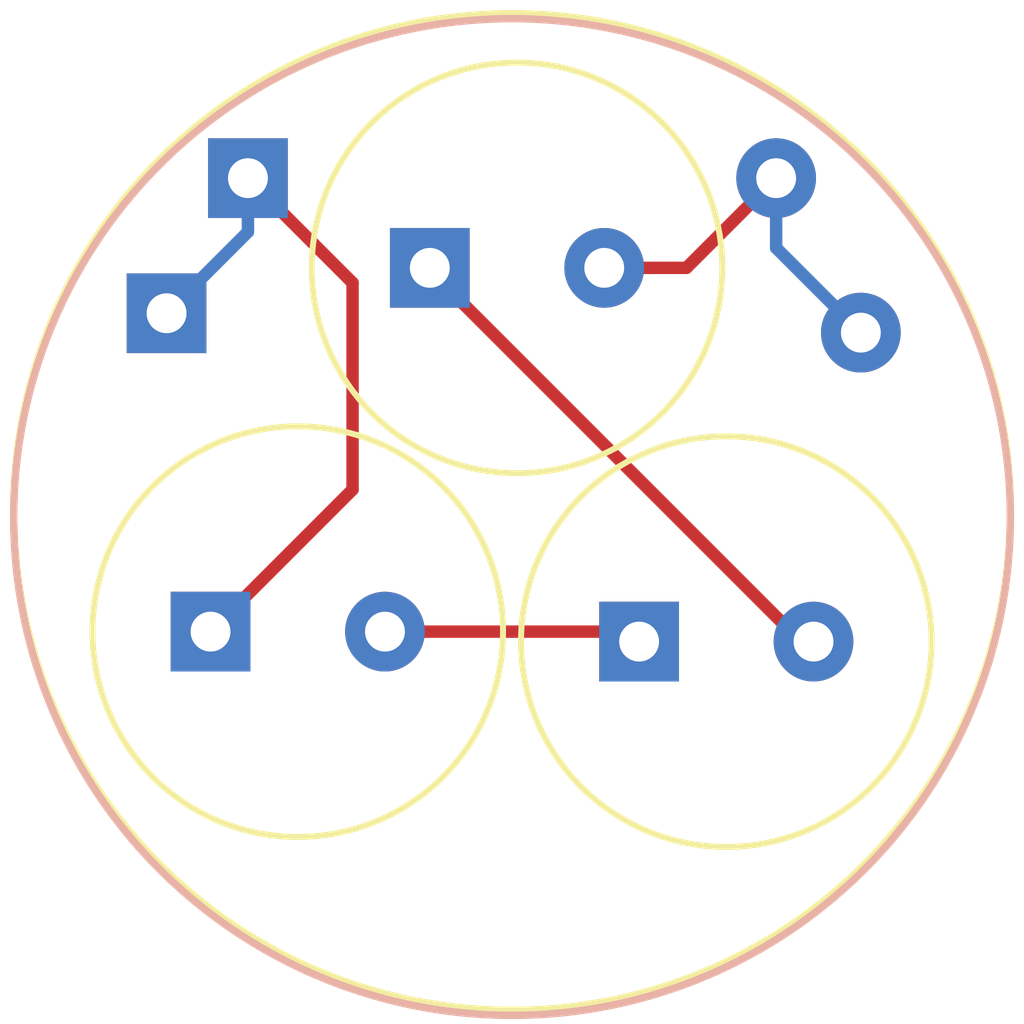
<source format=kicad_pcb>
(kicad_pcb (version 20221018) (generator pcbnew)
  (layers (0 "F.Cu" signal) (31 "B.Cu" signal) (34 "B.Paste" user) (35 "F.Paste" user) (36 "B.SilkS" user "B.Silkscreen") (37 "F.SilkS" user "F.Silkscreen") (38 "B.Mask" user) (39 "F.Mask" user) (44 "Edge.Cuts" user))
  (net 0 "")
  (footprint "" (layer "F.Cu") (at 150 104.6)
    (fp_text reference "" (at 0 0) (layer "F.SilkS") (effects (font (size 1.27 1.27))))
    (fp_text value "" (at 0 0) (layer "F.SilkS") (effects (font (size 1.27 1.27))))
    (pad "2" thru_hole circle (at 0 0) (size 1.6 1.6) (drill 0.8) (layers "*.Cu" "*.Mask"))
  )
  (footprint "" (layer "F.Cu") (at 137.767493 107.310918)
    (fp_text reference "" (at 0 0) (layer "F.SilkS") (effects (font (size 1.27 1.27))))
    (fp_text value "" (at 0 0) (layer "F.SilkS") (effects (font (size 1.27 1.27))))
    (pad "1" thru_hole rect (at 0 0) (size 1.6 1.6) (drill 0.8) (layers "*.Cu" "*.Mask"))
  )
  (footprint "Capacitor_THT:C_Radial_D8.0mm_H7.0mm_P3.50mm" (layer "F.Cu") (at 143.05 106.4)
    (fp_text reference "REF**" hide)
    (fp_text value "C3")
    (fp_circle (center 1.75 0) (end 5.87 0) (stroke (width 0.12)) (fill none) (layer "F.SilkS"))
    (pad "1" thru_hole rect (at 0 0) (size 1.6 1.6) (drill 0.8) (layers "*.Cu" "*.Mask"))
    (pad "2" thru_hole circle (at 3.5 0) (size 1.6 1.6) (drill 0.8) (layers "*.Cu" "*.Mask"))
  )
  (footprint "" (layer "F.Cu") (at 151.7 107.7)
    (fp_text reference "" (at 0 0) (layer "F.SilkS") (effects (font (size 1.27 1.27))))
    (fp_text value "" (at 0 0) (layer "F.SilkS") (effects (font (size 1.27 1.27))))
    (pad "2" thru_hole circle (at 0 0) (size 1.6 1.6) (drill 0.8) (layers "*.Cu" "*.Mask"))
  )
  (footprint "" (layer "F.Cu") (at 139.4 104.6)
    (fp_text reference "" (at 0 0) (layer "F.SilkS") (effects (font (size 1.27 1.27))))
    (fp_text value "" (at 0 0) (layer "F.SilkS") (effects (font (size 1.27 1.27))))
    (pad "1" thru_hole rect (at 0 0) (size 1.6 1.6) (drill 0.8) (layers "*.Cu" "*.Mask"))
  )
  (footprint "Capacitor_THT:C_Radial_D8.0mm_H7.0mm_P3.50mm" (layer "F.Cu") (at 138.65 113.7)
    (fp_text reference "REF**" hide)
    (fp_text value "C2")
    (fp_circle (center 1.75 0) (end 5.87 0) (stroke (width 0.12)) (fill none) (layer "F.SilkS"))
    (pad "1" thru_hole rect (at 0 0) (size 1.6 1.6) (drill 0.8) (layers "*.Cu" "*.Mask"))
    (pad "2" thru_hole circle (at 3.5 0) (size 1.6 1.6) (drill 0.8) (layers "*.Cu" "*.Mask"))
  )
  (footprint "Capacitor_THT:C_Radial_D8.0mm_H7.0mm_P3.50mm" (layer "F.Cu") (at 147.25 113.9)
    (fp_text reference "REF**" hide)
    (fp_text value "C1")
    (fp_circle (center 1.75 0) (end 5.87 0) (stroke (width 0.12)) (fill none) (layer "F.SilkS"))
    (pad "1" thru_hole rect (at 0 0) (size 1.6 1.6) (drill 0.8) (layers "*.Cu" "*.Mask"))
    (pad "2" thru_hole circle (at 3.5 0) (size 1.6 1.6) (drill 0.8) (layers "*.Cu" "*.Mask"))
  )
  (gr_circle (center 144.7 111.4) (end 154.7 111.4) (stroke (width 0.15)) (fill none) (layer "B.SilkS"))
  (gr_circle (center 144.7 111.3) (end 154.7 111.3) (stroke (width 0.15)) (fill none) (layer "F.SilkS"))
  (segment (start 139.4 104.6) (end 141.5 106.7) (width 0.25) (layer "F.Cu") (net 0))
  (segment (start 147.05 113.7) (end 147.25 113.9) (width 0.25) (layer "F.Cu") (net 0))
  (segment (start 146.55 106.4) (end 148.2 106.4) (width 0.25) (layer "F.Cu") (net 0))
  (segment (start 150.75 113.9) (end 150.5 113.9) (width 0.25) (layer "F.Cu") (net 0))
  (segment (start 142.15 113.7) (end 147.05 113.7) (width 0.25) (layer "F.Cu") (net 0))
  (segment (start 141.5 110.85) (end 138.65 113.7) (width 0.25) (layer "F.Cu") (net 0))
  (segment (start 148.2 106.4) (end 150 104.6) (width 0.25) (layer "F.Cu") (net 0))
  (segment (start 143.05 106.45) (end 143.05 106.4) (width 0.25) (layer "F.Cu") (net 0))
  (segment (start 141.5 106.7) (end 141.5 110.85) (width 0.25) (layer "F.Cu") (net 0))
  (segment (start 150.5 113.9) (end 143.05 106.45) (width 0.25) (layer "F.Cu") (net 0))
  (segment (start 139.4 105.678411) (end 137.767493 107.310918) (width 0.25) (layer "B.Cu") (net 0))
  (segment (start 150 104.6) (end 150 106) (width 0.25) (layer "B.Cu") (net 0))
  (segment (start 150 106) (end 151.7 107.7) (width 0.25) (layer "B.Cu") (net 0))
  (segment (start 139.4 104.6) (end 139.4 105.678411) (width 0.25) (layer "B.Cu") (net 0))
)
</source>
